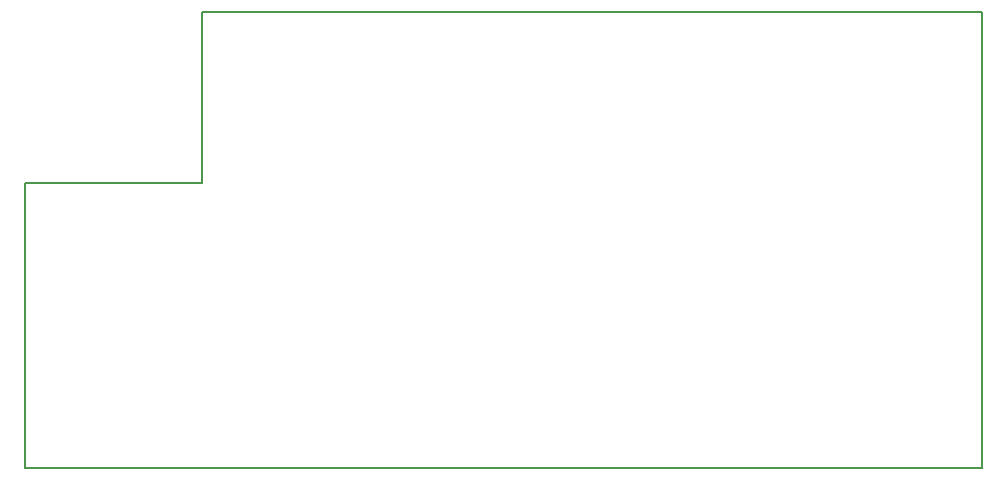
<source format=gko>
G04 Layer_Color=16711935*
%FSLAX24Y24*%
%MOIN*%
G70*
G01*
G75*
%ADD10C,0.0079*%
D10*
X22677Y15738D02*
Y25236D01*
X28583D01*
Y30945D01*
X54567D01*
X22677Y15738D02*
X54567D01*
Y30945D01*
M02*

</source>
